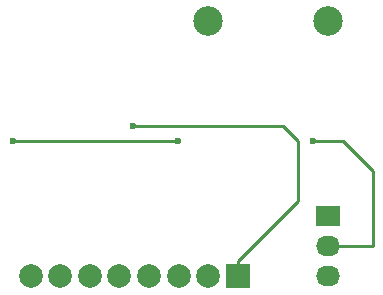
<source format=gbr>
G04 #@! TF.FileFunction,Copper,L2,Bot,Signal*
%FSLAX46Y46*%
G04 Gerber Fmt 4.6, Leading zero omitted, Abs format (unit mm)*
G04 Created by KiCad (PCBNEW 4.0.6) date 07/20/17 18:35:02*
%MOMM*%
%LPD*%
G01*
G04 APERTURE LIST*
%ADD10C,0.100000*%
%ADD11C,2.499360*%
%ADD12R,2.000000X2.000000*%
%ADD13C,2.000000*%
%ADD14R,2.030000X1.730000*%
%ADD15O,2.030000X1.730000*%
%ADD16C,0.600000*%
%ADD17C,0.250000*%
G04 APERTURE END LIST*
D10*
D11*
X190500000Y-90170000D03*
X180340000Y-90170000D03*
D12*
X182880000Y-111760000D03*
D13*
X180370000Y-111760000D03*
X177870000Y-111760000D03*
X175370000Y-111760000D03*
X172870000Y-111760000D03*
X170370000Y-111760000D03*
X167870000Y-111760000D03*
X165370000Y-111760000D03*
D14*
X190500000Y-106680000D03*
D15*
X190500000Y-109220000D03*
X190500000Y-111760000D03*
D16*
X173990000Y-99060000D03*
X163830000Y-100330000D03*
X177800000Y-100330000D03*
X189230000Y-100330000D03*
D17*
X182880000Y-111760000D02*
X182880000Y-110490000D01*
X186690000Y-99060000D02*
X173990000Y-99060000D01*
X187960000Y-100330000D02*
X186690000Y-99060000D01*
X187960000Y-105410000D02*
X187960000Y-100330000D01*
X182880000Y-110490000D02*
X187960000Y-105410000D01*
X190500000Y-109220000D02*
X194310000Y-109220000D01*
X177800000Y-100330000D02*
X163830000Y-100330000D01*
X191770000Y-100330000D02*
X189230000Y-100330000D01*
X194310000Y-102870000D02*
X191770000Y-100330000D01*
X194310000Y-109220000D02*
X194310000Y-102870000D01*
M02*

</source>
